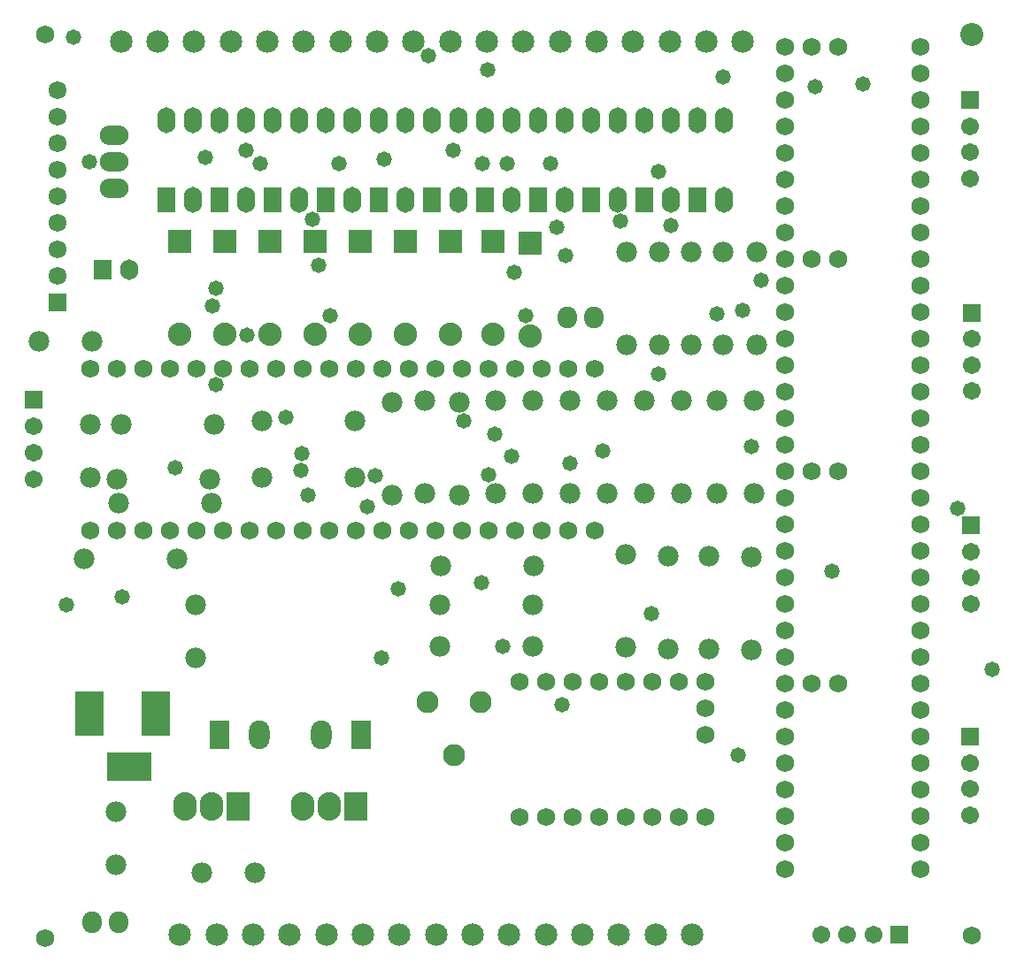
<source format=gbs>
G04*
G04 #@! TF.GenerationSoftware,Altium Limited,Altium Designer,21.0.8 (223)*
G04*
G04 Layer_Color=16711935*
%FSLAX25Y25*%
%MOIN*%
G70*
G04*
G04 #@! TF.SameCoordinates,BD0D8E5F-934B-4C72-AD9E-884AB11E7CA7*
G04*
G04*
G04 #@! TF.FilePolarity,Negative*
G04*
G01*
G75*
%ADD21C,0.06800*%
%ADD22R,0.10800X0.16800*%
%ADD23R,0.16800X0.10800*%
%ADD24O,0.07800X0.10800*%
%ADD25R,0.07800X0.10800*%
%ADD26C,0.08477*%
%ADD27R,0.08800X0.10800*%
%ADD28O,0.08800X0.10800*%
%ADD29C,0.07800*%
%ADD30R,0.06800X0.07800*%
%ADD31O,0.06800X0.07800*%
%ADD32R,0.06784X0.06784*%
%ADD33C,0.06784*%
%ADD34R,0.08800X0.08800*%
%ADD35C,0.08800*%
%ADD36C,0.08300*%
%ADD37O,0.06800X0.09800*%
%ADD38R,0.06800X0.09800*%
%ADD39C,0.06706*%
%ADD40R,0.06706X0.06706*%
%ADD41O,0.10800X0.07400*%
%ADD42O,0.07300X0.08300*%
%ADD43C,0.06737*%
%ADD44R,0.06737X0.06737*%
%ADD45R,0.06737X0.06737*%
%ADD46C,0.08674*%
%ADD47C,0.05800*%
D21*
X343000Y284000D02*
D03*
X363000D02*
D03*
X353000D02*
D03*
X333000D02*
D03*
X323000D02*
D03*
X313000D02*
D03*
X303000D02*
D03*
X293000D02*
D03*
X283000D02*
D03*
X273000D02*
D03*
X263000D02*
D03*
X253000D02*
D03*
X243000D02*
D03*
X233000D02*
D03*
X223000D02*
D03*
X213000D02*
D03*
X203000D02*
D03*
X193000D02*
D03*
X183000D02*
D03*
X173000D02*
D03*
X363000Y345000D02*
D03*
X353000D02*
D03*
X343000D02*
D03*
X333000D02*
D03*
X323000D02*
D03*
X313000D02*
D03*
X303000D02*
D03*
X293000D02*
D03*
X283000D02*
D03*
X273000D02*
D03*
X263000D02*
D03*
X253000D02*
D03*
X243000D02*
D03*
X233000D02*
D03*
X223000D02*
D03*
X213000D02*
D03*
X203000D02*
D03*
X193000D02*
D03*
X183000D02*
D03*
X173000D02*
D03*
X485500Y236500D02*
D03*
Y246500D02*
D03*
Y256500D02*
D03*
Y266500D02*
D03*
Y276500D02*
D03*
Y286500D02*
D03*
Y296500D02*
D03*
Y306500D02*
D03*
X434500Y236500D02*
D03*
Y246500D02*
D03*
Y256500D02*
D03*
Y266500D02*
D03*
Y276500D02*
D03*
Y286500D02*
D03*
Y296500D02*
D03*
Y306500D02*
D03*
X454500D02*
D03*
X444500D02*
D03*
Y226500D02*
D03*
X454500D02*
D03*
X434500D02*
D03*
Y216500D02*
D03*
Y206500D02*
D03*
Y196500D02*
D03*
Y186500D02*
D03*
Y176500D02*
D03*
Y166500D02*
D03*
Y156500D02*
D03*
X485500Y226500D02*
D03*
Y216500D02*
D03*
Y206500D02*
D03*
Y196500D02*
D03*
Y186500D02*
D03*
Y176500D02*
D03*
Y166500D02*
D03*
Y156500D02*
D03*
X444500Y386500D02*
D03*
X454500D02*
D03*
X434500D02*
D03*
Y376500D02*
D03*
Y366500D02*
D03*
Y356500D02*
D03*
Y346500D02*
D03*
Y336500D02*
D03*
Y326500D02*
D03*
Y316500D02*
D03*
X485500Y386500D02*
D03*
Y376500D02*
D03*
Y366500D02*
D03*
Y356500D02*
D03*
Y346500D02*
D03*
Y336500D02*
D03*
Y326500D02*
D03*
Y316500D02*
D03*
X334500Y176000D02*
D03*
X344500D02*
D03*
X354500D02*
D03*
X364500D02*
D03*
X374500D02*
D03*
X384500D02*
D03*
X394500D02*
D03*
X404500D02*
D03*
X334500Y227000D02*
D03*
X344500D02*
D03*
X354500D02*
D03*
X364500D02*
D03*
X374500D02*
D03*
X384500D02*
D03*
X394500D02*
D03*
X404500D02*
D03*
Y207000D02*
D03*
Y217000D02*
D03*
X485500Y396500D02*
D03*
Y406500D02*
D03*
Y416500D02*
D03*
Y426500D02*
D03*
Y436500D02*
D03*
Y446500D02*
D03*
Y456500D02*
D03*
Y466500D02*
D03*
X434500Y396500D02*
D03*
Y406500D02*
D03*
Y416500D02*
D03*
Y426500D02*
D03*
Y436500D02*
D03*
Y446500D02*
D03*
Y456500D02*
D03*
Y466500D02*
D03*
X454500D02*
D03*
X444500D02*
D03*
X156000Y471000D02*
D03*
Y130500D02*
D03*
X505000Y131500D02*
D03*
D22*
X197500Y215000D02*
D03*
X172500D02*
D03*
D23*
X187500Y195000D02*
D03*
D24*
X236500Y207000D02*
D03*
X260000D02*
D03*
D25*
X221500D02*
D03*
X275000D02*
D03*
D26*
X206693Y131890D02*
D03*
X234252D02*
D03*
X220472D02*
D03*
X372047D02*
D03*
X399606D02*
D03*
X385827D02*
D03*
X322335Y468504D02*
D03*
X336114D02*
D03*
X308555D02*
D03*
X391232D02*
D03*
X418791D02*
D03*
X405012D02*
D03*
X363673D02*
D03*
X377453D02*
D03*
X349894D02*
D03*
X225878D02*
D03*
X253437D02*
D03*
X239657D02*
D03*
X280996D02*
D03*
X294776D02*
D03*
X267217D02*
D03*
X344488Y131890D02*
D03*
X358268D02*
D03*
X330709D02*
D03*
X184539Y468504D02*
D03*
X212098D02*
D03*
X198319D02*
D03*
X303150Y131890D02*
D03*
X316929D02*
D03*
X289370D02*
D03*
X261811D02*
D03*
X275591D02*
D03*
X248031D02*
D03*
D27*
X228500Y180000D02*
D03*
X273000D02*
D03*
D28*
X218500D02*
D03*
X208500D02*
D03*
X253000D02*
D03*
X263000D02*
D03*
D29*
X170500Y273500D02*
D03*
X205500D02*
D03*
X183500Y294500D02*
D03*
X218500D02*
D03*
X299049Y298000D02*
D03*
Y333000D02*
D03*
X312049Y332500D02*
D03*
Y297500D02*
D03*
X237560Y325500D02*
D03*
X272560D02*
D03*
X237560Y304000D02*
D03*
X272560D02*
D03*
X390549Y274500D02*
D03*
Y239500D02*
D03*
X374951Y389000D02*
D03*
Y354000D02*
D03*
X374549Y240000D02*
D03*
Y275000D02*
D03*
X411451Y389000D02*
D03*
Y354000D02*
D03*
X218000Y303500D02*
D03*
X183000D02*
D03*
X395549Y298000D02*
D03*
Y333000D02*
D03*
X304560Y256000D02*
D03*
X339560D02*
D03*
X305060Y270746D02*
D03*
X340060D02*
D03*
X387451Y389000D02*
D03*
Y354000D02*
D03*
X381549Y298000D02*
D03*
Y333000D02*
D03*
X339549Y298000D02*
D03*
Y333000D02*
D03*
X367549Y298000D02*
D03*
Y333000D02*
D03*
X184500Y324000D02*
D03*
X219500D02*
D03*
X325549Y298000D02*
D03*
Y333000D02*
D03*
X399451Y389000D02*
D03*
Y354000D02*
D03*
X353549Y298000D02*
D03*
Y333000D02*
D03*
X422049Y239000D02*
D03*
Y274000D02*
D03*
X423049Y298000D02*
D03*
Y333000D02*
D03*
X406049Y274500D02*
D03*
Y239500D02*
D03*
X409049Y298000D02*
D03*
Y333000D02*
D03*
X304560Y240500D02*
D03*
X339560D02*
D03*
X423951Y389000D02*
D03*
Y354000D02*
D03*
X286549Y297500D02*
D03*
Y332500D02*
D03*
X153500Y355500D02*
D03*
X173500D02*
D03*
X182500Y158000D02*
D03*
Y178000D02*
D03*
X215000Y155000D02*
D03*
X235000D02*
D03*
X212500Y256101D02*
D03*
Y236101D02*
D03*
X173000Y304000D02*
D03*
Y324000D02*
D03*
D30*
X177500Y382500D02*
D03*
D31*
X187500D02*
D03*
D32*
X160500Y370000D02*
D03*
D33*
Y390000D02*
D03*
Y400000D02*
D03*
Y410000D02*
D03*
Y420000D02*
D03*
Y430000D02*
D03*
Y440000D02*
D03*
Y450000D02*
D03*
Y380000D02*
D03*
D34*
X206500Y393000D02*
D03*
X223500D02*
D03*
X240500D02*
D03*
X257500D02*
D03*
X274500D02*
D03*
X291500D02*
D03*
X308500D02*
D03*
X324500D02*
D03*
X338500Y392500D02*
D03*
D35*
X206500Y358000D02*
D03*
X223500D02*
D03*
X240500D02*
D03*
X257500D02*
D03*
X274500D02*
D03*
X291500D02*
D03*
X308500D02*
D03*
X324500D02*
D03*
X338500Y357500D02*
D03*
D36*
X300000Y219500D02*
D03*
X310000Y199500D02*
D03*
X320000Y219500D02*
D03*
D37*
X401606Y438701D02*
D03*
X411606D02*
D03*
Y408701D02*
D03*
X321606Y438701D02*
D03*
X331606D02*
D03*
Y408701D02*
D03*
X241606Y438701D02*
D03*
X251606D02*
D03*
Y408701D02*
D03*
X341606Y438701D02*
D03*
X351606D02*
D03*
Y408701D02*
D03*
X261606Y438701D02*
D03*
X271606D02*
D03*
Y408701D02*
D03*
X281606Y438701D02*
D03*
X291606D02*
D03*
Y408701D02*
D03*
X201606Y438701D02*
D03*
X211606D02*
D03*
Y408701D02*
D03*
X301606Y438701D02*
D03*
X311606D02*
D03*
Y408701D02*
D03*
X231606D02*
D03*
Y438701D02*
D03*
X221606D02*
D03*
X381606D02*
D03*
X391606D02*
D03*
Y408701D02*
D03*
X371606D02*
D03*
Y438701D02*
D03*
X361606D02*
D03*
D38*
X401606Y408701D02*
D03*
X321606D02*
D03*
X241606D02*
D03*
X341606D02*
D03*
X261606D02*
D03*
X281606D02*
D03*
X201606D02*
D03*
X301606D02*
D03*
X221606D02*
D03*
X381606D02*
D03*
X361606D02*
D03*
D39*
X151500Y303500D02*
D03*
Y313500D02*
D03*
Y323500D02*
D03*
D40*
Y333500D02*
D03*
D41*
X182000Y413000D02*
D03*
Y423000D02*
D03*
Y433000D02*
D03*
D42*
X173500Y136500D02*
D03*
X183600D02*
D03*
X362600Y364500D02*
D03*
X352500D02*
D03*
D43*
X504433Y416736D02*
D03*
Y426579D02*
D03*
Y436421D02*
D03*
X504500Y276185D02*
D03*
Y266343D02*
D03*
Y256500D02*
D03*
X448236Y131567D02*
D03*
X458079D02*
D03*
X467921D02*
D03*
X505000Y356343D02*
D03*
Y346500D02*
D03*
Y336657D02*
D03*
X504433Y196421D02*
D03*
Y186579D02*
D03*
Y176736D02*
D03*
D44*
Y446264D02*
D03*
X504500Y286028D02*
D03*
X505000Y366185D02*
D03*
X504433Y206264D02*
D03*
D45*
X477764Y131567D02*
D03*
D46*
X505000Y471000D02*
D03*
D47*
X282500Y236000D02*
D03*
X164000Y256000D02*
D03*
X185000Y259000D02*
D03*
X255060Y297500D02*
D03*
X252200Y306641D02*
D03*
X252600Y313200D02*
D03*
X205000Y307600D02*
D03*
X452425Y268575D02*
D03*
X417000Y199500D02*
D03*
X330000Y422500D02*
D03*
X320500D02*
D03*
X309606Y427300D02*
D03*
X277345Y293155D02*
D03*
X220147Y339072D02*
D03*
X289000Y262000D02*
D03*
X350500Y218500D02*
D03*
X332524Y381250D02*
D03*
X409000Y365750D02*
D03*
X464000Y452500D02*
D03*
X166500Y470000D02*
D03*
X366000Y314000D02*
D03*
X259000Y383900D02*
D03*
X384250Y252750D02*
D03*
X337000Y365000D02*
D03*
X418700Y366900D02*
D03*
X446000Y451500D02*
D03*
X372550Y400700D02*
D03*
X322500Y457850D02*
D03*
X266500Y422500D02*
D03*
X172650Y423000D02*
D03*
X283500Y424000D02*
D03*
X331600Y312200D02*
D03*
X256700Y401250D02*
D03*
X386800Y343200D02*
D03*
X231606Y427400D02*
D03*
X386800Y419500D02*
D03*
X391600Y398900D02*
D03*
X220400Y375300D02*
D03*
X263300Y365000D02*
D03*
X246600Y326850D02*
D03*
X352000Y387800D02*
D03*
X346400Y422500D02*
D03*
X512700Y231700D02*
D03*
X411400Y455000D02*
D03*
X422000Y315600D02*
D03*
X348700Y398400D02*
D03*
X218800Y368853D02*
D03*
X425500Y378400D02*
D03*
X216400Y424600D02*
D03*
X353500Y309500D02*
D03*
X236800Y422500D02*
D03*
X328200Y240500D02*
D03*
X325400Y320500D02*
D03*
X320200Y264400D02*
D03*
X300400Y463000D02*
D03*
X323100Y305000D02*
D03*
X313500Y325500D02*
D03*
X280310Y304800D02*
D03*
X232000Y357700D02*
D03*
X499700Y292500D02*
D03*
M02*

</source>
